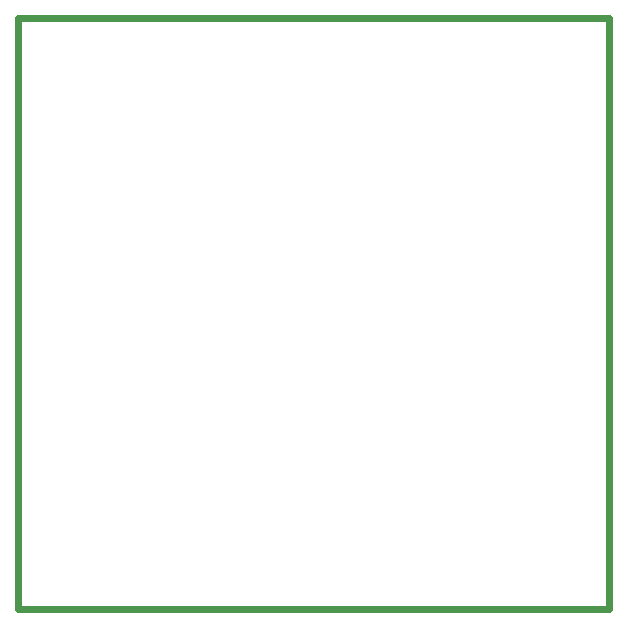
<source format=gko>
G04 Layer_Color=16720538*
%FSLAX25Y25*%
%MOIN*%
G70*
G01*
G75*
%ADD17C,0.01000*%
%ADD41C,0.02362*%
D17*
X354330Y511811D02*
X354331Y511811D01*
D41*
X157480Y314961D02*
Y511811D01*
Y314961D02*
X354331D01*
Y511811D01*
X157480Y511811D02*
X354330D01*
M02*

</source>
